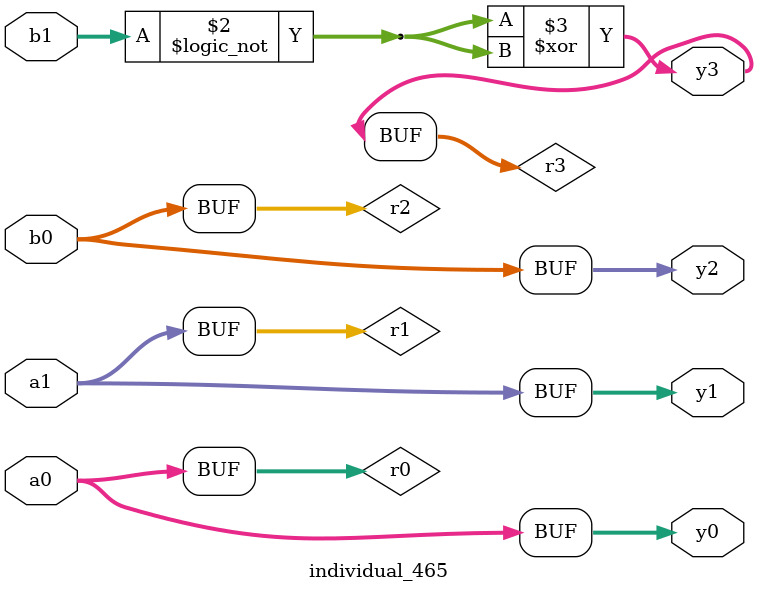
<source format=sv>
module individual_465(input logic [15:0] a1, input logic [15:0] a0, input logic [15:0] b1, input logic [15:0] b0, output logic [15:0] y3, output logic [15:0] y2, output logic [15:0] y1, output logic [15:0] y0);
logic [15:0] r0, r1, r2, r3; 
 always@(*) begin 
	 r0 = a0; r1 = a1; r2 = b0; r3 = b1; 
 	 r3 = ! r3 ;
 	 r3  ^=  r3 ;
 	 y3 = r3; y2 = r2; y1 = r1; y0 = r0; 
end
endmodule
</source>
